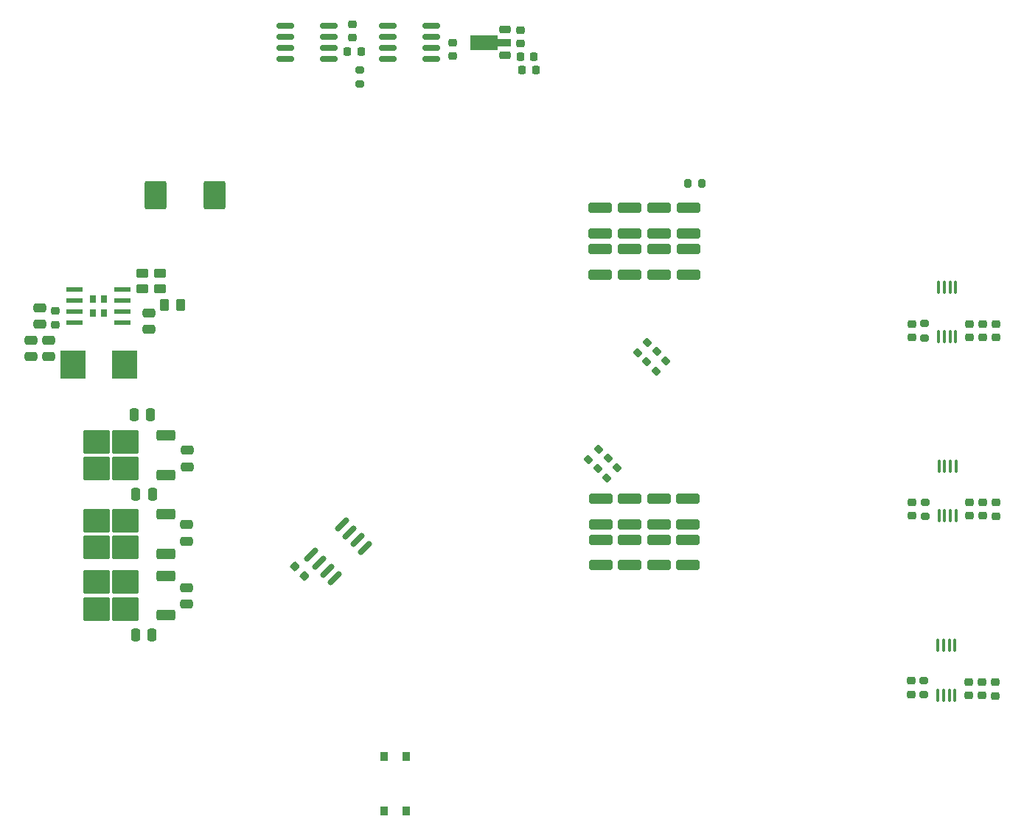
<source format=gbr>
%TF.GenerationSoftware,KiCad,Pcbnew,8.0.4*%
%TF.CreationDate,2024-10-18T00:11:30-06:00*%
%TF.ProjectId,Motor Controller,4d6f746f-7220-4436-9f6e-74726f6c6c65,Mk. 1*%
%TF.SameCoordinates,Original*%
%TF.FileFunction,Paste,Bot*%
%TF.FilePolarity,Positive*%
%FSLAX46Y46*%
G04 Gerber Fmt 4.6, Leading zero omitted, Abs format (unit mm)*
G04 Created by KiCad (PCBNEW 8.0.4) date 2024-10-18 00:11:30*
%MOMM*%
%LPD*%
G01*
G04 APERTURE LIST*
G04 Aperture macros list*
%AMRoundRect*
0 Rectangle with rounded corners*
0 $1 Rounding radius*
0 $2 $3 $4 $5 $6 $7 $8 $9 X,Y pos of 4 corners*
0 Add a 4 corners polygon primitive as box body*
4,1,4,$2,$3,$4,$5,$6,$7,$8,$9,$2,$3,0*
0 Add four circle primitives for the rounded corners*
1,1,$1+$1,$2,$3*
1,1,$1+$1,$4,$5*
1,1,$1+$1,$6,$7*
1,1,$1+$1,$8,$9*
0 Add four rect primitives between the rounded corners*
20,1,$1+$1,$2,$3,$4,$5,0*
20,1,$1+$1,$4,$5,$6,$7,0*
20,1,$1+$1,$6,$7,$8,$9,0*
20,1,$1+$1,$8,$9,$2,$3,0*%
%AMFreePoly0*
4,1,9,3.862500,-0.866500,0.737500,-0.866500,0.737500,-0.450000,-0.737500,-0.450000,-0.737500,0.450000,0.737500,0.450000,0.737500,0.866500,3.862500,0.866500,3.862500,-0.866500,3.862500,-0.866500,$1*%
G04 Aperture macros list end*
%ADD10RoundRect,0.200000X0.275000X-0.200000X0.275000X0.200000X-0.275000X0.200000X-0.275000X-0.200000X0*%
%ADD11RoundRect,0.225000X0.335876X0.017678X0.017678X0.335876X-0.335876X-0.017678X-0.017678X-0.335876X0*%
%ADD12RoundRect,0.250000X-0.262500X-0.450000X0.262500X-0.450000X0.262500X0.450000X-0.262500X0.450000X0*%
%ADD13RoundRect,0.100000X-0.100000X0.637500X-0.100000X-0.637500X0.100000X-0.637500X0.100000X0.637500X0*%
%ADD14R,0.723000X0.930000*%
%ADD15R,1.910000X0.610000*%
%ADD16RoundRect,0.225000X-0.250000X0.225000X-0.250000X-0.225000X0.250000X-0.225000X0.250000X0.225000X0*%
%ADD17R,2.850000X3.300000*%
%ADD18RoundRect,0.150000X0.477297X0.689429X-0.689429X-0.477297X-0.477297X-0.689429X0.689429X0.477297X0*%
%ADD19RoundRect,0.200000X0.200000X0.275000X-0.200000X0.275000X-0.200000X-0.275000X0.200000X-0.275000X0*%
%ADD20RoundRect,0.250000X-0.475000X0.250000X-0.475000X-0.250000X0.475000X-0.250000X0.475000X0.250000X0*%
%ADD21RoundRect,0.225000X0.250000X-0.225000X0.250000X0.225000X-0.250000X0.225000X-0.250000X-0.225000X0*%
%ADD22RoundRect,0.218750X-0.256250X0.218750X-0.256250X-0.218750X0.256250X-0.218750X0.256250X0.218750X0*%
%ADD23RoundRect,0.250000X0.450000X-0.262500X0.450000X0.262500X-0.450000X0.262500X-0.450000X-0.262500X0*%
%ADD24RoundRect,0.250000X-0.450000X0.262500X-0.450000X-0.262500X0.450000X-0.262500X0.450000X0.262500X0*%
%ADD25RoundRect,0.250000X0.475000X-0.250000X0.475000X0.250000X-0.475000X0.250000X-0.475000X-0.250000X0*%
%ADD26RoundRect,0.250000X-1.100000X0.325000X-1.100000X-0.325000X1.100000X-0.325000X1.100000X0.325000X0*%
%ADD27RoundRect,0.250000X1.100000X-0.325000X1.100000X0.325000X-1.100000X0.325000X-1.100000X-0.325000X0*%
%ADD28RoundRect,0.250000X-0.250000X-0.475000X0.250000X-0.475000X0.250000X0.475000X-0.250000X0.475000X0*%
%ADD29RoundRect,0.200000X-0.053033X0.335876X-0.335876X0.053033X0.053033X-0.335876X0.335876X-0.053033X0*%
%ADD30RoundRect,0.225000X-0.225000X-0.250000X0.225000X-0.250000X0.225000X0.250000X-0.225000X0.250000X0*%
%ADD31RoundRect,0.150000X0.825000X0.150000X-0.825000X0.150000X-0.825000X-0.150000X0.825000X-0.150000X0*%
%ADD32RoundRect,0.200000X0.053033X-0.335876X0.335876X-0.053033X-0.053033X0.335876X-0.335876X0.053033X0*%
%ADD33RoundRect,0.250000X0.850000X0.350000X-0.850000X0.350000X-0.850000X-0.350000X0.850000X-0.350000X0*%
%ADD34RoundRect,0.250000X1.275000X1.125000X-1.275000X1.125000X-1.275000X-1.125000X1.275000X-1.125000X0*%
%ADD35RoundRect,0.250000X1.000000X-1.400000X1.000000X1.400000X-1.000000X1.400000X-1.000000X-1.400000X0*%
%ADD36R,0.900000X1.100000*%
%ADD37RoundRect,0.225000X0.425000X0.225000X-0.425000X0.225000X-0.425000X-0.225000X0.425000X-0.225000X0*%
%ADD38FreePoly0,180.000000*%
G04 APERTURE END LIST*
D10*
%TO.C,R37*%
X201650000Y-91587500D03*
X201650000Y-89937500D03*
%TD*%
D11*
%TO.C,C151*%
X129332574Y-117900090D03*
X130428590Y-118996106D03*
%TD*%
D12*
%TO.C,R106*%
X116187500Y-87850000D03*
X114362500Y-87850000D03*
%TD*%
D13*
%TO.C,U12*%
X203275000Y-112062500D03*
X203925000Y-112062500D03*
X204575000Y-112062500D03*
X205225000Y-112062500D03*
X205225000Y-106337500D03*
X204575000Y-106337500D03*
X203925000Y-106337500D03*
X203275000Y-106337500D03*
%TD*%
D14*
%TO.C,U32*%
X107357500Y-87170000D03*
X107357500Y-88720000D03*
X106152500Y-87170000D03*
X106152500Y-88720000D03*
D15*
X109535000Y-89850000D03*
X109535000Y-88580000D03*
X109535000Y-87310000D03*
X109535000Y-86040000D03*
X103975000Y-86040000D03*
X103975000Y-87310000D03*
X103975000Y-88580000D03*
X103975000Y-89850000D03*
%TD*%
D16*
%TO.C,C96*%
X200175000Y-110525000D03*
X200175000Y-112075000D03*
%TD*%
D17*
%TO.C,L2*%
X103825000Y-94700000D03*
X109775000Y-94700000D03*
%TD*%
D16*
%TO.C,C166*%
X101825000Y-90075000D03*
X101825000Y-88525000D03*
%TD*%
%TO.C,C78*%
X200150000Y-89987500D03*
X200150000Y-91537500D03*
%TD*%
D18*
%TO.C,U4*%
X131202872Y-116553051D03*
X132100898Y-117451076D03*
X132998924Y-118349102D03*
X133896949Y-119247128D03*
X137397128Y-115746949D03*
X136499102Y-114848924D03*
X135601076Y-113950898D03*
X134703051Y-113052872D03*
%TD*%
D19*
%TO.C,R14*%
X176075000Y-73850000D03*
X174425000Y-73850000D03*
%TD*%
D20*
%TO.C,C163*%
X112525000Y-90650000D03*
X112525000Y-88750000D03*
%TD*%
D21*
%TO.C,C75*%
X206825000Y-112075000D03*
X206825000Y-110525000D03*
%TD*%
D13*
%TO.C,U15*%
X203250000Y-85750000D03*
X203900000Y-85750000D03*
X204550000Y-85750000D03*
X205200000Y-85750000D03*
X205200000Y-91475000D03*
X204550000Y-91475000D03*
X203900000Y-91475000D03*
X203250000Y-91475000D03*
%TD*%
D21*
%TO.C,C150*%
X208300000Y-91562500D03*
X208300000Y-90012500D03*
%TD*%
D22*
%TO.C,FB10*%
X209800000Y-90000000D03*
X209800000Y-91575000D03*
%TD*%
%TO.C,FB14*%
X209825000Y-110512500D03*
X209825000Y-112087500D03*
%TD*%
D21*
%TO.C,C16*%
X206725000Y-132725000D03*
X206725000Y-131175000D03*
%TD*%
D20*
%TO.C,C167*%
X100025000Y-90050000D03*
X100025000Y-88150000D03*
%TD*%
D21*
%TO.C,C93*%
X208325000Y-112075000D03*
X208325000Y-110525000D03*
%TD*%
D23*
%TO.C,R104*%
X111802500Y-84157500D03*
X111802500Y-85982500D03*
%TD*%
D24*
%TO.C,R90*%
X113802500Y-85982500D03*
X113802500Y-84157500D03*
%TD*%
D25*
%TO.C,C164*%
X101025000Y-91850000D03*
X101025000Y-93750000D03*
%TD*%
D13*
%TO.C,U13*%
X203175000Y-126937500D03*
X203825000Y-126937500D03*
X204475000Y-126937500D03*
X205125000Y-126937500D03*
X205125000Y-132662500D03*
X204475000Y-132662500D03*
X203825000Y-132662500D03*
X203175000Y-132662500D03*
%TD*%
D21*
%TO.C,C2*%
X208225000Y-132725000D03*
X208225000Y-131175000D03*
%TD*%
D25*
%TO.C,C165*%
X98975000Y-91850000D03*
X98975000Y-93750000D03*
%TD*%
D21*
%TO.C,C17*%
X206800000Y-91562500D03*
X206800000Y-90012500D03*
%TD*%
D10*
%TO.C,R51*%
X201675000Y-112125000D03*
X201675000Y-110475000D03*
%TD*%
D22*
%TO.C,FB9*%
X209725000Y-131162500D03*
X209725000Y-132737500D03*
%TD*%
D10*
%TO.C,R43*%
X201575000Y-132625000D03*
X201575000Y-130975000D03*
%TD*%
D16*
%TO.C,C85*%
X200075000Y-131025000D03*
X200075000Y-132575000D03*
%TD*%
D26*
%TO.C,C184*%
X174561277Y-81425000D03*
X174561277Y-84375000D03*
%TD*%
D27*
%TO.C,C185*%
X174459792Y-113038849D03*
X174459792Y-110088849D03*
%TD*%
D26*
%TO.C,C186*%
X164459792Y-114788849D03*
X164459792Y-117738849D03*
%TD*%
%TO.C,C80*%
X167789849Y-81425000D03*
X167789849Y-84375000D03*
%TD*%
D16*
%TO.C,C70*%
X135925000Y-55520000D03*
X135925000Y-57070000D03*
%TD*%
D25*
%TO.C,C117*%
X116850000Y-120317500D03*
X116850000Y-122217500D03*
%TD*%
%TO.C,C112*%
X116850000Y-113067500D03*
X116850000Y-114967500D03*
%TD*%
D27*
%TO.C,C87*%
X167751519Y-113038849D03*
X167751519Y-110088849D03*
%TD*%
D28*
%TO.C,C111*%
X112725000Y-100475000D03*
X110825000Y-100475000D03*
%TD*%
%TO.C,C120*%
X112900000Y-125717500D03*
X111000000Y-125717500D03*
%TD*%
D29*
%TO.C,R47*%
X171933282Y-94244892D03*
X170766556Y-95411618D03*
%TD*%
D30*
%TO.C,C71*%
X135350000Y-58695000D03*
X136900000Y-58695000D03*
%TD*%
D31*
%TO.C,U31*%
X133175000Y-55740000D03*
X133175000Y-57010000D03*
X133175000Y-58280000D03*
X133175000Y-59550000D03*
X128225000Y-59550000D03*
X128225000Y-58280000D03*
X128225000Y-57010000D03*
X128225000Y-55740000D03*
%TD*%
D32*
%TO.C,R40*%
X164089942Y-106633459D03*
X165256668Y-105466733D03*
%TD*%
D16*
%TO.C,C171*%
X147400000Y-57665000D03*
X147400000Y-59215000D03*
%TD*%
D33*
%TO.C,U19*%
X114500000Y-116432500D03*
D34*
X106525000Y-112627500D03*
X106525000Y-115677500D03*
X109875000Y-112627500D03*
X109875000Y-115677500D03*
D33*
X114500000Y-111872500D03*
%TD*%
D35*
%TO.C,D2*%
X113290000Y-75237500D03*
X120090000Y-75237500D03*
%TD*%
D32*
%TO.C,R46*%
X163029282Y-105572799D03*
X164196008Y-104406073D03*
%TD*%
D26*
%TO.C,C183*%
X171175563Y-81425000D03*
X171175563Y-84375000D03*
%TD*%
D31*
%TO.C,U11*%
X144975000Y-55710000D03*
X144975000Y-56980000D03*
X144975000Y-58250000D03*
X144975000Y-59520000D03*
X140025000Y-59520000D03*
X140025000Y-58250000D03*
X140025000Y-56980000D03*
X140025000Y-55710000D03*
%TD*%
D26*
%TO.C,C169*%
X174459792Y-114788849D03*
X174459792Y-117738849D03*
%TD*%
D33*
%TO.C,U20*%
X114500000Y-123500000D03*
D34*
X106525000Y-119695000D03*
X106525000Y-122745000D03*
X109875000Y-119695000D03*
X109875000Y-122745000D03*
D33*
X114500000Y-118940000D03*
%TD*%
%TO.C,U18*%
X114500000Y-107347500D03*
D34*
X106525000Y-103542500D03*
X106525000Y-106592500D03*
X109875000Y-103542500D03*
X109875000Y-106592500D03*
D33*
X114500000Y-102787500D03*
%TD*%
D29*
%TO.C,R35*%
X169811961Y-92123572D03*
X168645235Y-93290298D03*
%TD*%
D27*
%TO.C,C149*%
X171179315Y-79575000D03*
X171179315Y-76625000D03*
%TD*%
%TO.C,C192*%
X171137233Y-113038849D03*
X171137233Y-110088849D03*
%TD*%
D16*
%TO.C,C148*%
X155225000Y-56200000D03*
X155225000Y-57750000D03*
%TD*%
D26*
%TO.C,C193*%
X164404135Y-81425000D03*
X164404135Y-84375000D03*
%TD*%
D36*
%TO.C,U16*%
X142140000Y-139725000D03*
X139600000Y-139725000D03*
X139600000Y-146025000D03*
X142140000Y-146025000D03*
%TD*%
D32*
%TO.C,R34*%
X165164458Y-107707975D03*
X166331184Y-106541249D03*
%TD*%
D25*
%TO.C,C110*%
X116975000Y-104525000D03*
X116975000Y-106425000D03*
%TD*%
D27*
%TO.C,C189*%
X167793601Y-79575000D03*
X167793601Y-76625000D03*
%TD*%
D26*
%TO.C,C187*%
X167751519Y-114788849D03*
X167751519Y-117738849D03*
%TD*%
D10*
%TO.C,R88*%
X136725000Y-62425000D03*
X136725000Y-60775000D03*
%TD*%
D30*
%TO.C,C199*%
X155425000Y-60850000D03*
X156975000Y-60850000D03*
%TD*%
%TO.C,C168*%
X155200000Y-59250000D03*
X156750000Y-59250000D03*
%TD*%
D37*
%TO.C,U29*%
X153425000Y-56150000D03*
D38*
X153337500Y-57650000D03*
D37*
X153425000Y-59150000D03*
%TD*%
D28*
%TO.C,C114*%
X112950000Y-109600000D03*
X111050000Y-109600000D03*
%TD*%
D29*
%TO.C,R41*%
X170872622Y-93184232D03*
X169705896Y-94350958D03*
%TD*%
D27*
%TO.C,C172*%
X164444376Y-113038849D03*
X164444376Y-110088849D03*
%TD*%
D26*
%TO.C,C188*%
X171137233Y-114788849D03*
X171137233Y-117738849D03*
%TD*%
D27*
%TO.C,C197*%
X164407887Y-79575000D03*
X164407887Y-76625000D03*
%TD*%
%TO.C,C194*%
X174565033Y-79575000D03*
X174565033Y-76625000D03*
%TD*%
M02*

</source>
